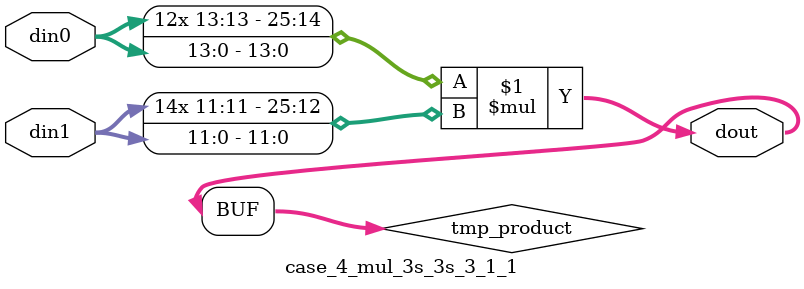
<source format=v>

`timescale 1 ns / 1 ps

 module case_4_mul_3s_3s_3_1_1(din0, din1, dout);
parameter ID = 1;
parameter NUM_STAGE = 0;
parameter din0_WIDTH = 14;
parameter din1_WIDTH = 12;
parameter dout_WIDTH = 26;

input [din0_WIDTH - 1 : 0] din0; 
input [din1_WIDTH - 1 : 0] din1; 
output [dout_WIDTH - 1 : 0] dout;

wire signed [dout_WIDTH - 1 : 0] tmp_product;



























assign tmp_product = $signed(din0) * $signed(din1);








assign dout = tmp_product;





















endmodule

</source>
